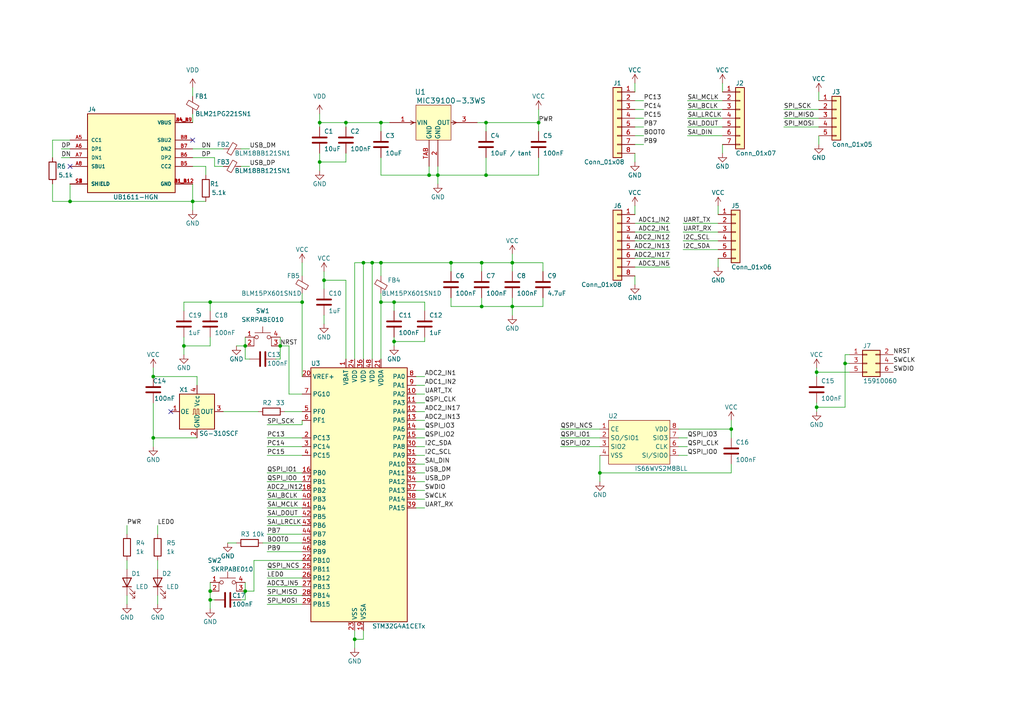
<source format=kicad_sch>
(kicad_sch (version 20231120) (generator "eeschema") (generator_version "8.0")
  (paper "A4")
  (title_block (title "C4NDY Board") (rev "1") (company "Yamamoto Works Ltd."))
  (lib_symbols
    (symbol "Connector_Generic:Conn_01x05" (pin_names (offset 1.016) hide)
      (property "Reference" "J" (at 0 7.62 0))
      (property "Value" "Conn_01x05" (at 0 -7.62 0))
      (symbol "Conn_01x05_1_1"
        (rectangle (start -1.27 -4.953) (end 0 -5.207) (stroke (width 0.1524)))
        (rectangle (start -1.27 -2.413) (end 0 -2.667) (stroke (width 0.1524)))
        (rectangle (start -1.27 0.127) (end 0 -0.127) (stroke (width 0.1524)))
        (rectangle (start -1.27 2.667) (end 0 2.413) (stroke (width 0.1524)))
        (rectangle (start -1.27 5.207) (end 0 4.953) (stroke (width 0.1524)))
        (rectangle (start -1.27 6.35) (end 1.27 -6.35) (stroke (width 0.254)) (fill (type background)))
        (pin passive line (at -5.08 5.08 0) (length 3.81) (name "Pin_1") (number "1"))
        (pin passive line (at -5.08 2.54 0) (length 3.81) (name "Pin_2") (number "2"))
        (pin passive line (at -5.08 0 0) (length 3.81) (name "Pin_3") (number "3"))
        (pin passive line (at -5.08 -2.54 0) (length 3.81) (name "Pin_4") (number "4"))
        (pin passive line (at -5.08 -5.08 0) (length 3.81) (name "Pin_5") (number "5"))
      )
    )
    (symbol "Connector_Generic:Conn_01x06" (pin_names (offset 1.016) hide)
      (property "Reference" "J" (at 0 7.62 0))
      (property "Value" "Conn_01x06" (at 0 -10.16 0))
      (symbol "Conn_01x06_1_1"
        (rectangle (start -1.27 -7.493) (end 0 -7.747) (stroke (width 0.1524)))
        (rectangle (start -1.27 -4.953) (end 0 -5.207) (stroke (width 0.1524)))
        (rectangle (start -1.27 -2.413) (end 0 -2.667) (stroke (width 0.1524)))
        (rectangle (start -1.27 0.127) (end 0 -0.127) (stroke (width 0.1524)))
        (rectangle (start -1.27 2.667) (end 0 2.413) (stroke (width 0.1524)))
        (rectangle (start -1.27 5.207) (end 0 4.953) (stroke (width 0.1524)))
        (rectangle (start -1.27 6.35) (end 1.27 -8.89) (stroke (width 0.254)) (fill (type background)))
        (pin passive line (at -5.08 5.08 0) (length 3.81) (name "Pin_1") (number "1"))
        (pin passive line (at -5.08 2.54 0) (length 3.81) (name "Pin_2") (number "2"))
        (pin passive line (at -5.08 0 0) (length 3.81) (name "Pin_3") (number "3"))
        (pin passive line (at -5.08 -2.54 0) (length 3.81) (name "Pin_4") (number "4"))
        (pin passive line (at -5.08 -5.08 0) (length 3.81) (name "Pin_5") (number "5"))
        (pin passive line (at -5.08 -7.62 0) (length 3.81) (name "Pin_6") (number "6"))
      )
    )
    (symbol "Connector_Generic:Conn_01x07" (pin_names (offset 1.016) hide)
      (property "Reference" "J" (at 0 10.16 0))
      (property "Value" "Conn_01x07" (at 0 -10.16 0))
      (symbol "Conn_01x07_1_1"
        (rectangle (start -1.27 -7.493) (end 0 -7.747) (stroke (width 0.1524)))
        (rectangle (start -1.27 -4.953) (end 0 -5.207) (stroke (width 0.1524)))
        (rectangle (start -1.27 -2.413) (end 0 -2.667) (stroke (width 0.1524)))
        (rectangle (start -1.27 0.127) (end 0 -0.127) (stroke (width 0.1524)))
        (rectangle (start -1.27 2.667) (end 0 2.413) (stroke (width 0.1524)))
        (rectangle (start -1.27 5.207) (end 0 4.953) (stroke (width 0.1524)))
        (rectangle (start -1.27 7.747) (end 0 7.493) (stroke (width 0.1524)))
        (rectangle (start -1.27 8.89) (end 1.27 -8.89) (stroke (width 0.254)) (fill (type background)))
        (pin passive line (at -5.08 7.62 0) (length 3.81) (name "Pin_1") (number "1"))
        (pin passive line (at -5.08 5.08 0) (length 3.81) (name "Pin_2") (number "2"))
        (pin passive line (at -5.08 2.54 0) (length 3.81) (name "Pin_3") (number "3"))
        (pin passive line (at -5.08 0 0) (length 3.81) (name "Pin_4") (number "4"))
        (pin passive line (at -5.08 -2.54 0) (length 3.81) (name "Pin_5") (number "5"))
        (pin passive line (at -5.08 -5.08 0) (length 3.81) (name "Pin_6") (number "6"))
        (pin passive line (at -5.08 -7.62 0) (length 3.81) (name "Pin_7") (number "7"))
      )
    )
    (symbol "Connector_Generic:Conn_01x08" (pin_names (offset 1.016) hide)
      (property "Reference" "J" (at 0 10.16 0))
      (property "Value" "Conn_01x08" (at 0 -12.7 0))
      (symbol "Conn_01x08_1_1"
        (rectangle (start -1.27 -10.033) (end 0 -10.287) (stroke (width 0.1524)))
        (rectangle (start -1.27 -7.493) (end 0 -7.747) (stroke (width 0.1524)))
        (rectangle (start -1.27 -4.953) (end 0 -5.207) (stroke (width 0.1524)))
        (rectangle (start -1.27 -2.413) (end 0 -2.667) (stroke (width 0.1524)))
        (rectangle (start -1.27 0.127) (end 0 -0.127) (stroke (width 0.1524)))
        (rectangle (start -1.27 2.667) (end 0 2.413) (stroke (width 0.1524)))
        (rectangle (start -1.27 5.207) (end 0 4.953) (stroke (width 0.1524)))
        (rectangle (start -1.27 7.747) (end 0 7.493) (stroke (width 0.1524)))
        (rectangle (start -1.27 8.89) (end 1.27 -11.43) (stroke (width 0.254)) (fill (type background)))
        (pin passive line (at -5.08 7.62 0) (length 3.81) (name "Pin_1") (number "1"))
        (pin passive line (at -5.08 5.08 0) (length 3.81) (name "Pin_2") (number "2"))
        (pin passive line (at -5.08 2.54 0) (length 3.81) (name "Pin_3") (number "3"))
        (pin passive line (at -5.08 0 0) (length 3.81) (name "Pin_4") (number "4"))
        (pin passive line (at -5.08 -2.54 0) (length 3.81) (name "Pin_5") (number "5"))
        (pin passive line (at -5.08 -5.08 0) (length 3.81) (name "Pin_6") (number "6"))
        (pin passive line (at -5.08 -7.62 0) (length 3.81) (name "Pin_7") (number "7"))
        (pin passive line (at -5.08 -10.16 0) (length 3.81) (name "Pin_8") (number "8"))
      )
    )
    (symbol "Connector_Generic:Conn_02x03_Odd_Even" (pin_names (offset 1.016) hide)
      (property "Reference" "J" (at 1.27 5.08 0))
      (property "Value" "Conn_02x03_Odd_Even" (at 1.27 -5.08 0))
      (symbol "Conn_02x03_Odd_Even_1_1"
        (rectangle (start -1.27 -2.413) (end 0 -2.667) (stroke (width 0.1524)))
        (rectangle (start -1.27 0.127) (end 0 -0.127) (stroke (width 0.1524)))
        (rectangle (start -1.27 2.667) (end 0 2.413) (stroke (width 0.1524)))
        (rectangle (start -1.27 3.81) (end 3.81 -3.81) (stroke (width 0.254)) (fill (type background)))
        (rectangle (start 3.81 -2.413) (end 2.54 -2.667) (stroke (width 0.1524)))
        (rectangle (start 3.81 0.127) (end 2.54 -0.127) (stroke (width 0.1524)))
        (rectangle (start 3.81 2.667) (end 2.54 2.413) (stroke (width 0.1524)))
        (pin passive line (at -5.08 2.54 0) (length 3.81) (name "Pin_1") (number "1"))
        (pin passive line (at 7.62 2.54 180) (length 3.81) (name "Pin_2") (number "2"))
        (pin passive line (at -5.08 0 0) (length 3.81) (name "Pin_3") (number "3"))
        (pin passive line (at 7.62 0 180) (length 3.81) (name "Pin_4") (number "4"))
        (pin passive line (at -5.08 -2.54 0) (length 3.81) (name "Pin_5") (number "5"))
        (pin passive line (at 7.62 -2.54 180) (length 3.81) (name "Pin_6") (number "6"))
      )
    )
    (symbol "Device:C" (pin_numbers hide) (pin_names (offset 0.254))
      (property "Reference" "C" (at 0.635 2.54 0))
      (property "Value" "C" (at 0.635 -2.54 0))
      (symbol "C_0_1"
        (polyline (pts (xy -2.032 -0.762) (xy 2.032 -0.762)) (stroke (width 0.508)))
        (polyline (pts (xy -2.032 0.762) (xy 2.032 0.762)) (stroke (width 0.508)))
      )
      (symbol "C_1_1"
        (pin passive line (at 0 3.81 270) (length 2.794) (name "~") (number "1"))
        (pin passive line (at 0 -3.81 90) (length 2.794) (name "~") (number "2"))
      )
    )
    (symbol "Device:FerriteBead_Small" (pin_numbers hide) (pin_names (offset 0))
      (property "Reference" "FB" (at 1.905 1.27 0))
      (property "Value" "FerriteBead_Small" (at 1.905 -1.27 0))
      (symbol "FerriteBead_Small_0_1"
        (polyline (pts (xy 0 -1.27) (xy 0 -0.7874)))
        (polyline (pts (xy 0 0.889) (xy 0 1.2954)))
        (polyline (pts (xy -1.8288 0.2794) (xy -1.1176 1.4986) (xy 1.8288 -0.2032) (xy 1.1176 -1.4224) (xy -1.8288 0.2794)))
      )
      (symbol "FerriteBead_Small_1_1"
        (pin passive line (at 0 2.54 270) (length 1.27) (name "~") (number "1"))
        (pin passive line (at 0 -2.54 90) (length 1.27) (name "~") (number "2"))
      )
    )
    (symbol "Device:LED" (pin_numbers hide) (pin_names (offset 1.016) hide)
      (property "Reference" "D" (at 0 2.54 0))
      (property "Value" "LED" (at 0 -2.54 0))
      (symbol "LED_0_1"
        (polyline (pts (xy -1.27 -1.27) (xy -1.27 1.27)) (stroke (width 0.254)))
        (polyline (pts (xy -1.27 0) (xy 1.27 0)))
        (polyline (pts (xy 1.27 -1.27) (xy 1.27 1.27) (xy -1.27 0) (xy 1.27 -1.27)) (stroke (width 0.254)))
        (polyline (pts (xy -3.048 -0.762) (xy -4.572 -2.286) (xy -3.81 -2.286) (xy -4.572 -2.286) (xy -4.572 -1.524)))
        (polyline (pts (xy -1.778 -0.762) (xy -3.302 -2.286) (xy -2.54 -2.286) (xy -3.302 -2.286) (xy -3.302 -1.524)))
      )
      (symbol "LED_1_1"
        (pin passive line (at -3.81 0 0) (length 2.54) (name "K") (number "1"))
        (pin passive line (at 3.81 0 180) (length 2.54) (name "A") (number "2"))
      )
    )
    (symbol "Device:R" (pin_numbers hide) (pin_names (offset 0))
      (property "Reference" "R" (at 2.032 0 90))
      (property "Value" "R" (at 0 0 90))
      (symbol "R_0_1"
        (rectangle (start -1.016 -2.54) (end 1.016 2.54) (stroke (width 0.254)))
      )
      (symbol "R_1_1"
        (pin passive line (at 0 3.81 270) (length 1.27) (name "~") (number "1"))
        (pin passive line (at 0 -3.81 90) (length 1.27) (name "~") (number "2"))
      )
    )
    (symbol "MCU_ST_STM32G4:STM32G4A1CETx"
      (property "Reference" "U1" (at -12.7 39.37 0))
      (property "Value" "STM32G4A1CETx" (at 5.08 -36.83 0))
      (symbol "STM32G4A1CETx_0_1"
        (rectangle (start -12.7 -35.56) (end 15.24 38.1) (stroke (width 0.254)) (fill (type background)))
      )
      (symbol "STM32G4A1CETx_1_1"
        (pin power_in line (at -2.54 40.64 270) (length 2.54) (name "VBAT") (number "1"))
        (pin bidirectional line (at 17.78 30.48 180) (length 2.54) (name "PA2") (number "10"))
        (pin bidirectional line (at 17.78 27.94 180) (length 2.54) (name "PA3") (number "11"))
        (pin bidirectional line (at 17.78 25.4 180) (length 2.54) (name "PA4") (number "12"))
        (pin bidirectional line (at 17.78 22.86 180) (length 2.54) (name "PA5") (number "13"))
        (pin bidirectional line (at 17.78 20.32 180) (length 2.54) (name "PA6") (number "14"))
        (pin bidirectional line (at 17.78 17.78 180) (length 2.54) (name "PA7") (number "15"))
        (pin bidirectional line (at -15.24 7.62 0) (length 2.54) (name "PB0") (number "16"))
        (pin bidirectional line (at -15.24 5.08 0) (length 2.54) (name "PB1") (number "17"))
        (pin bidirectional line (at -15.24 2.54 0) (length 2.54) (name "PB2") (number "18"))
        (pin passive line (at 2.54 -38.1 90) (length 2.54) (name "VSSA") (number "19"))
        (pin bidirectional line (at -15.24 17.78 0) (length 2.54) (name "PC13") (number "2"))
        (pin input line (at -15.24 35.56 0) (length 2.54) (name "VREF+") (number "20"))
        (pin power_in line (at 7.62 40.64 270) (length 2.54) (name "VDDA") (number "21"))
        (pin bidirectional line (at -15.24 -17.78 0) (length 2.54) (name "PB10") (number "22"))
        (pin passive line (at 0 -38.1 90) (length 2.54) (name "VSS") (number "23"))
        (pin power_in line (at 0 40.64 270) (length 2.54) (name "VDD") (number "24"))
        (pin bidirectional line (at -15.24 -20.32 0) (length 2.54) (name "PB11") (number "25"))
        (pin bidirectional line (at -15.24 -22.86 0) (length 2.54) (name "PB12") (number "26"))
        (pin bidirectional line (at -15.24 -25.4 0) (length 2.54) (name "PB13") (number "27"))
        (pin bidirectional line (at -15.24 -27.94 0) (length 2.54) (name "PB14") (number "28"))
        (pin bidirectional line (at -15.24 -30.48 0) (length 2.54) (name "PB15") (number "29"))
        (pin bidirectional line (at -15.24 15.24 0) (length 2.54) (name "PC14") (number "3"))
        (pin bidirectional line (at 17.78 15.24 180) (length 2.54) (name "PA8") (number "30"))
        (pin bidirectional line (at 17.78 12.7 180) (length 2.54) (name "PA9") (number "31"))
        (pin bidirectional line (at 17.78 10.16 180) (length 2.54) (name "PA10") (number "32"))
        (pin bidirectional line (at 17.78 7.62 180) (length 2.54) (name "PA11") (number "33"))
        (pin bidirectional line (at 17.78 5.08 180) (length 2.54) (name "PA12") (number "34"))
        (pin passive line (at 0 -38.1 90) (length 2.54) hide (name "VSS") (number "35"))
        (pin power_in line (at 2.54 40.64 270) (length 2.54) (name "VDD") (number "36"))
        (pin bidirectional line (at 17.78 2.54 180) (length 2.54) (name "PA13") (number "37"))
        (pin bidirectional line (at 17.78 0 180) (length 2.54) (name "PA14") (number "38"))
        (pin bidirectional line (at 17.78 -2.54 180) (length 2.54) (name "PA15") (number "39"))
        (pin bidirectional line (at -15.24 12.7 0) (length 2.54) (name "PC15") (number "4"))
        (pin bidirectional line (at -15.24 0 0) (length 2.54) (name "PB3") (number "40"))
        (pin bidirectional line (at -15.24 -2.54 0) (length 2.54) (name "PB4") (number "41"))
        (pin bidirectional line (at -15.24 -5.08 0) (length 2.54) (name "PB5") (number "42"))
        (pin bidirectional line (at -15.24 -7.62 0) (length 2.54) (name "PB6") (number "43"))
        (pin bidirectional line (at -15.24 -10.16 0) (length 2.54) (name "PB7") (number "44"))
        (pin bidirectional line (at -15.24 -12.7 0) (length 2.54) (name "PB8") (number "45"))
        (pin bidirectional line (at -15.24 -15.24 0) (length 2.54) (name "PB9") (number "46"))
        (pin passive line (at 0 -38.1 90) (length 2.54) hide (name "VSS") (number "47"))
        (pin power_in line (at 5.08 40.64 270) (length 2.54) (name "VDD") (number "48"))
        (pin bidirectional line (at -15.24 25.4 0) (length 2.54) (name "PF0") (number "5"))
        (pin bidirectional line (at -15.24 22.86 0) (length 2.54) (name "PF1") (number "6"))
        (pin bidirectional line (at -15.24 30.48 0) (length 2.54) (name "PG10") (number "7"))
        (pin bidirectional line (at 17.78 35.56 180) (length 2.54) (name "PA0") (number "8"))
        (pin bidirectional line (at 17.78 33.02 180) (length 2.54) (name "PA1") (number "9"))
      )
    )
    (symbol "My_Parts:5077CR-16SMC2-BK-TR" (pin_names (offset 1.016))
      (property "Reference" "J" (at -12.7 10.922 0))
      (property "Value" "5077CR-16SMC2-BK-TR" (at -12.7 -15.24 0))
      (symbol "5077CR-16SMC2-BK-TR_0_0"
        (rectangle (start -12.7 -12.7) (end 12.7 10.16) (stroke (width 0.254)) (fill (type background)))
        (pin power_in line (at 17.78 -10.16 180) (length 5.08) (name "GND") (number "A1_B12"))
        (pin power_in line (at 17.78 7.62 180) (length 5.08) (name "VBUS") (number "A4_B9"))
        (pin passive line (at -17.78 2.54 0) (length 5.08) (name "CC1") (number "A5"))
        (pin passive line (at -17.78 0 0) (length 5.08) (name "DP1") (number "A6"))
        (pin passive line (at -17.78 -2.54 0) (length 5.08) (name "DN1") (number "A7"))
        (pin passive line (at -17.78 -5.08 0) (length 5.08) (name "SBU1") (number "A8"))
        (pin power_in line (at 17.78 -10.16 180) (length 5.08) (name "GND") (number "B1_A12"))
        (pin power_in line (at 17.78 7.62 180) (length 5.08) (name "VBUS") (number "B4_A9"))
        (pin passive line (at 17.78 -5.08 180) (length 5.08) (name "CC2") (number "B5"))
        (pin passive line (at 17.78 -2.54 180) (length 5.08) (name "DP2") (number "B6"))
        (pin passive line (at 17.78 0 180) (length 5.08) (name "DN2") (number "B7"))
        (pin passive line (at 17.78 2.54 180) (length 5.08) (name "SBU2") (number "B8"))
        (pin passive line (at -17.78 -10.16 0) (length 5.08) (name "SHIELD") (number "S1"))
        (pin passive line (at -17.78 -10.16 0) (length 5.08) (name "SHIELD") (number "S2"))
        (pin passive line (at -17.78 -10.16 0) (length 5.08) (name "SHIELD") (number "S3"))
        (pin passive line (at -17.78 -10.16 0) (length 5.08) (name "SHIELD") (number "S4"))
      )
    )
    (symbol "My_Parts:MIC39100-3.3WS" (pin_names (offset 0.254))
      (property "Reference" "U" (at 12.7 8.89 0))
      (property "Value" "MIC39100-3.3WS" (at 13.97 6.35 0))
      (symbol "MIC39100-3.3WS_0_1"
        (polyline (pts (xy 7.0993 0) (xy 6.0579 -0.5207)) (stroke (width 0.2032)))
        (polyline (pts (xy 7.0993 0) (xy 6.0579 0.5207)) (stroke (width 0.2032)))
        (polyline (pts (xy 18.3007 -0.5207) (xy 19.3421 0)) (stroke (width 0.2032)))
        (polyline (pts (xy 18.3007 0.5207) (xy 19.3421 0)) (stroke (width 0.2032)))
        (pin output line (at 25.4 0 180) (length 7.62) (name "OUT") (number "3"))
      )
      (symbol "MIC39100-3.3WS_1_1"
        (rectangle (start 7.62 5.08) (end 17.78 -5.08) (fill (type background)))
        (pin input line (at 0 0 0) (length 7.62) (name "VIN") (number "1"))
        (pin passive line (at 13.97 -12.7 90) (length 7.62) (name "GND") (number "2"))
        (pin passive line (at 11.43 -12.7 90) (length 7.62) (name "GND") (number "TAB"))
      )
    )
    (symbol "My_Parts:SRAM_QSPI"
      (property "Reference" "U" (at -8.89 7.62 0))
      (property "Value" "SRAM" (at 6.35 -7.62 0))
      (symbol "SRAM_QSPI_1_1"
        (rectangle (start -8.89 6.35) (end 8.89 -6.35) (fill (type background)))
        (pin input line (at -11.43 3.81 0) (length 2.54) (name "CE") (number "1"))
        (pin bidirectional line (at -11.43 1.27 0) (length 2.54) (name "SO/SIO1") (number "2"))
        (pin bidirectional line (at -11.43 -1.27 0) (length 2.54) (name "SIO2") (number "3"))
        (pin passive line (at -11.43 -3.81 0) (length 2.54) (name "VSS") (number "4"))
        (pin bidirectional line (at 11.43 -3.81 180) (length 2.54) (name "SI/SIO0") (number "5"))
        (pin input line (at 11.43 -1.27 180) (length 2.54) (name "CLK") (number "6"))
        (pin bidirectional line (at 11.43 1.27 180) (length 2.54) (name "SIO3") (number "7"))
        (pin power_in line (at 11.43 3.81 180) (length 2.54) (name "VDD") (number "8"))
      )
    )
    (symbol "Oscillator:SG-8002CE" (pin_names (offset 0.254))
      (property "Reference" "X1" (at -3.81 6.35 0))
      (property "Value" "SG-310SCF" (at 6.35 -6.35 0))
      (symbol "SG-8002CE_0_1"
        (rectangle (start -5.08 5.08) (end 5.08 -5.08) (stroke (width 0.254)) (fill (type background)))
        (polyline (pts (xy -1.27 -0.762) (xy -1.016 -0.762) (xy -1.016 0.762) (xy -0.508 0.762) (xy -0.508 -0.762) (xy 0 -0.762) (xy 0 0.762) (xy 0.508 0.762) (xy 0.508 -0.762) (xy 0.762 -0.762)))
      )
      (symbol "SG-8002CE_1_1"
        (pin input line (at -7.62 0 0) (length 2.54) (name "OE") (number "1"))
        (pin passive line (at 0 -7.62 90) (length 2.54) (name "GND") (number "2"))
        (pin output line (at 7.62 0 180) (length 2.54) (name "OUT") (number "3"))
        (pin power_in line (at 0 7.62 270) (length 2.54) (name "Vcc") (number "4"))
      )
    )
    (symbol "Switch:SW_MEC_5E" (pin_names (offset 1.016) hide)
      (property "Reference" "SW" (at 0.635 5.715 0))
      (property "Value" "SW_MEC_5E" (at 0 -3.175 0))
      (symbol "SW_MEC_5E_0_1"
        (circle (center -1.778 2.54) (radius 0.508))
        (polyline (pts (xy -2.286 3.81) (xy 2.286 3.81)))
        (polyline (pts (xy 0 3.81) (xy 0 5.588)))
        (polyline (pts (xy -2.54 0) (xy -2.54 2.54) (xy -2.286 2.54)))
        (polyline (pts (xy 2.54 0) (xy 2.54 2.54) (xy 2.286 2.54)))
        (circle (center 1.778 2.54) (radius 0.508))
        (pin passive line (at -5.08 2.54 0) (length 2.54) (name "1") (number "1"))
        (pin passive line (at -5.08 0 0) (length 2.54) (name "2") (number "2"))
        (pin passive line (at 5.08 0 180) (length 2.54) (name "K") (number "3"))
        (pin passive line (at 5.08 2.54 180) (length 2.54) (name "A") (number "4"))
      )
    )
    (symbol "power:GND" (power) (pin_names (offset 0))
      (property "Value" "GND" (at 0 -3.81 0))
      (symbol "GND_0_1"
        (polyline (pts (xy 0 0) (xy 0 -1.27) (xy 1.27 -1.27) (xy 0 -2.54) (xy -1.27 -1.27) (xy 0 -1.27)))
      )
      (symbol "GND_1_1"
        (pin power_in line (at 0 0 270) (length 0) hide (name "GND") (number "1"))
      )
    )
    (symbol "power:VCC" (power) (pin_names (offset 0))
      (property "Value" "VCC" (at 0 3.81 0))
      (symbol "VCC_0_1"
        (polyline (pts (xy -0.762 1.27) (xy 0 2.54)))
        (polyline (pts (xy 0 0) (xy 0 2.54)))
        (polyline (pts (xy 0 2.54) (xy 0.762 1.27)))
      )
      (symbol "VCC_1_1"
        (pin power_in line (at 0 0 90) (length 0) hide (name "VCC") (number "1"))
      )
    )
    (symbol "power:VDD" (power) (pin_names (offset 0))
      (property "Value" "VDD" (at 0 3.81 0))
      (symbol "VDD_0_1"
        (polyline (pts (xy -0.762 1.27) (xy 0 2.54)))
        (polyline (pts (xy 0 0) (xy 0 2.54)))
        (polyline (pts (xy 0 2.54) (xy 0.762 1.27)))
      )
      (symbol "VDD_1_1"
        (pin power_in line (at 0 0 90) (length 0) hide (name "VDD") (number "1"))
      )
    )
  )
  (junction (at 130.81 76.2))
  (junction (at 105.41 76.2))
  (junction (at 20.32 58.42))
  (junction (at 93.98 81.28))
  (junction (at 102.87 185.42))
  (junction (at 110.49 87.63))
  (junction (at 124.46 50.8))
  (junction (at 100.33 35.56))
  (junction (at 114.3 87.63))
  (junction (at 110.49 76.2))
  (junction (at 60.96 173.99))
  (junction (at 60.96 171.45))
  (junction (at 92.71 35.56))
  (junction (at 44.45 109.22))
  (junction (at 245.11 105.41))
  (junction (at 107.95 76.2))
  (junction (at 140.97 50.8))
  (junction (at 110.49 35.56))
  (junction (at 212.09 124.46))
  (junction (at 87.63 87.63))
  (junction (at 173.99 137.16))
  (junction (at 148.59 88.9))
  (junction (at 127 50.8))
  (junction (at 71.12 100.33))
  (junction (at 156.21 35.56))
  (junction (at 71.12 171.45))
  (junction (at 236.855 107.95))
  (junction (at 81.28 100.33))
  (junction (at 139.7 76.2))
  (junction (at 114.3 99.06))
  (junction (at 53.34 100.33))
  (junction (at 236.855 118.11))
  (junction (at 140.97 35.56))
  (junction (at 55.88 58.42))
  (junction (at 148.59 76.2))
  (junction (at 139.7 88.9))
  (junction (at 60.96 87.63))
  (junction (at 92.71 46.99))
  (junction (at 44.45 127))
  (no_connect (at 55.88 40.64))
  (no_connect (at 49.53 119.38))
  (no_connect (at 20.32 48.26))
  (wire (pts (xy 245.11 102.87) (xy 245.11 105.41)))
  (wire (pts (xy 100.33 44.45) (xy 100.33 46.99)))
  (wire (pts (xy 87.63 87.63) (xy 87.63 109.22)))
  (wire (pts (xy 120.65 142.24) (xy 123.19 142.24)))
  (wire (pts (xy 156.21 35.56) (xy 156.21 38.1)))
  (wire (pts (xy 114.3 97.79) (xy 114.3 99.06)))
  (wire (pts (xy 53.34 90.17) (xy 53.34 87.63)))
  (wire (pts (xy 83.82 114.3) (xy 87.63 114.3)))
  (wire (pts (xy 184.15 36.83) (xy 186.69 36.83)))
  (wire (pts (xy 236.855 106.68) (xy 236.855 107.95)))
  (wire (pts (xy 120.65 129.54) (xy 123.19 129.54)))
  (wire (pts (xy 199.39 29.21) (xy 209.55 29.21)))
  (wire (pts (xy 17.78 43.18) (xy 20.32 43.18)))
  (wire (pts (xy 83.82 100.33) (xy 83.82 114.3)))
  (wire (pts (xy 15.24 58.42) (xy 20.32 58.42)))
  (wire (pts (xy 139.7 86.36) (xy 139.7 88.9)))
  (wire (pts (xy 124.46 48.26) (xy 124.46 50.8)))
  (wire (pts (xy 157.48 78.74) (xy 157.48 76.2)))
  (wire (pts (xy 162.56 127) (xy 173.99 127)))
  (wire (pts (xy 15.24 53.34) (xy 15.24 58.42)))
  (wire (pts (xy 140.97 35.56) (xy 156.21 35.56)))
  (wire (pts (xy 102.87 185.42) (xy 102.87 187.96)))
  (wire (pts (xy 199.39 36.83) (xy 209.55 36.83)))
  (wire (pts (xy 130.81 86.36) (xy 130.81 88.9)))
  (wire (pts (xy 196.85 132.08) (xy 199.39 132.08)))
  (wire (pts (xy 156.21 45.72) (xy 156.21 50.8)))
  (wire (pts (xy 82.55 119.38) (xy 87.63 119.38)))
  (wire (pts (xy 17.78 45.72) (xy 20.32 45.72)))
  (wire (pts (xy 66.04 157.48) (xy 68.58 157.48)))
  (wire (pts (xy 212.09 137.16) (xy 173.99 137.16)))
  (wire (pts (xy 114.3 99.06) (xy 114.3 100.33)))
  (wire (pts (xy 212.09 124.46) (xy 212.09 127)))
  (wire (pts (xy 102.87 182.88) (xy 102.87 185.42)))
  (wire (pts (xy 194.31 72.39) (xy 184.15 72.39)))
  (wire (pts (xy 77.47 147.32) (xy 87.63 147.32)))
  (wire (pts (xy 87.63 123.19) (xy 87.63 121.92)))
  (wire (pts (xy 53.34 97.79) (xy 53.34 100.33)))
  (wire (pts (xy 107.95 76.2) (xy 107.95 104.14)))
  (wire (pts (xy 157.48 88.9) (xy 148.59 88.9)))
  (wire (pts (xy 148.59 73.66) (xy 148.59 76.2)))
  (wire (pts (xy 110.49 35.56) (xy 110.49 38.1)))
  (wire (pts (xy 110.49 35.56) (xy 100.33 35.56)))
  (wire (pts (xy 92.71 44.45) (xy 92.71 46.99)))
  (wire (pts (xy 110.49 35.56) (xy 113.03 35.56)))
  (wire (pts (xy 157.48 76.2) (xy 148.59 76.2)))
  (wire (pts (xy 69.85 43.18) (xy 72.39 43.18)))
  (wire (pts (xy 236.855 107.95) (xy 236.855 109.22)))
  (wire (pts (xy 20.32 58.42) (xy 55.88 58.42)))
  (wire (pts (xy 110.49 45.72) (xy 110.49 50.8)))
  (wire (pts (xy 77.47 149.86) (xy 87.63 149.86)))
  (wire (pts (xy 36.83 162.56) (xy 36.83 165.1)))
  (wire (pts (xy 55.88 58.42) (xy 59.69 58.42)))
  (wire (pts (xy 237.49 39.37) (xy 237.49 41.91)))
  (wire (pts (xy 236.855 116.84) (xy 236.855 118.11)))
  (wire (pts (xy 77.47 167.64) (xy 87.63 167.64)))
  (wire (pts (xy 148.59 76.2) (xy 139.7 76.2)))
  (wire (pts (xy 71.12 168.91) (xy 71.12 171.45)))
  (wire (pts (xy 73.66 162.56) (xy 73.66 171.45)))
  (wire (pts (xy 208.28 74.93) (xy 208.28 77.47)))
  (wire (pts (xy 69.85 48.26) (xy 72.39 48.26)))
  (wire (pts (xy 77.47 127) (xy 87.63 127)))
  (wire (pts (xy 59.69 48.26) (xy 59.69 50.8)))
  (wire (pts (xy 60.96 100.33) (xy 53.34 100.33)))
  (wire (pts (xy 60.96 168.91) (xy 60.96 171.45)))
  (wire (pts (xy 245.11 105.41) (xy 245.11 118.11)))
  (wire (pts (xy 55.88 43.18) (xy 64.77 43.18)))
  (wire (pts (xy 77.47 139.7) (xy 87.63 139.7)))
  (wire (pts (xy 123.19 99.06) (xy 114.3 99.06)))
  (wire (pts (xy 123.19 90.17) (xy 123.19 87.63)))
  (wire (pts (xy 184.15 34.29) (xy 186.69 34.29)))
  (wire (pts (xy 184.15 80.01) (xy 184.15 82.55)))
  (wire (pts (xy 130.81 78.74) (xy 130.81 76.2)))
  (wire (pts (xy 73.66 162.56) (xy 87.63 162.56)))
  (wire (pts (xy 120.65 144.78) (xy 123.19 144.78)))
  (wire (pts (xy 139.7 88.9) (xy 130.81 88.9)))
  (wire (pts (xy 157.48 86.36) (xy 157.48 88.9)))
  (wire (pts (xy 120.65 116.84) (xy 123.19 116.84)))
  (wire (pts (xy 60.96 90.17) (xy 60.96 87.63)))
  (wire (pts (xy 227.33 31.75) (xy 237.49 31.75)))
  (wire (pts (xy 246.38 102.87) (xy 245.11 102.87)))
  (wire (pts (xy 196.85 124.46) (xy 212.09 124.46)))
  (wire (pts (xy 140.97 45.72) (xy 140.97 50.8)))
  (wire (pts (xy 184.15 39.37) (xy 186.69 39.37)))
  (wire (pts (xy 77.47 175.26) (xy 87.63 175.26)))
  (wire (pts (xy 162.56 124.46) (xy 173.99 124.46)))
  (wire (pts (xy 77.47 129.54) (xy 87.63 129.54)))
  (wire (pts (xy 110.49 85.09) (xy 110.49 87.63)))
  (wire (pts (xy 199.39 31.75) (xy 209.55 31.75)))
  (wire (pts (xy 184.15 41.91) (xy 186.69 41.91)))
  (wire (pts (xy 36.83 152.4) (xy 36.83 154.94)))
  (wire (pts (xy 124.46 50.8) (xy 127 50.8)))
  (wire (pts (xy 162.56 129.54) (xy 173.99 129.54)))
  (wire (pts (xy 87.63 85.09) (xy 87.63 87.63)))
  (wire (pts (xy 76.2 157.48) (xy 87.63 157.48)))
  (wire (pts (xy 100.33 36.83) (xy 100.33 35.56)))
  (wire (pts (xy 55.88 48.26) (xy 59.69 48.26)))
  (wire (pts (xy 184.15 31.75) (xy 186.69 31.75)))
  (wire (pts (xy 105.41 76.2) (xy 105.41 104.14)))
  (wire (pts (xy 198.12 72.39) (xy 208.28 72.39)))
  (wire (pts (xy 62.23 45.72) (xy 62.23 48.26)))
  (wire (pts (xy 138.43 35.56) (xy 140.97 35.56)))
  (wire (pts (xy 123.19 97.79) (xy 123.19 99.06)))
  (wire (pts (xy 110.49 76.2) (xy 130.81 76.2)))
  (wire (pts (xy 114.3 87.63) (xy 110.49 87.63)))
  (wire (pts (xy 120.65 147.32) (xy 123.19 147.32)))
  (wire (pts (xy 77.47 142.24) (xy 87.63 142.24)))
  (wire (pts (xy 120.65 121.92) (xy 123.19 121.92)))
  (wire (pts (xy 246.38 105.41) (xy 245.11 105.41)))
  (wire (pts (xy 120.65 137.16) (xy 123.19 137.16)))
  (wire (pts (xy 80.01 104.14) (xy 81.28 104.14)))
  (wire (pts (xy 45.72 172.72) (xy 45.72 175.26)))
  (wire (pts (xy 87.63 80.01) (xy 87.63 76.2)))
  (wire (pts (xy 110.49 87.63) (xy 110.49 104.14)))
  (wire (pts (xy 194.31 69.85) (xy 184.15 69.85)))
  (wire (pts (xy 114.3 90.17) (xy 114.3 87.63)))
  (wire (pts (xy 105.41 182.88) (xy 105.41 185.42)))
  (wire (pts (xy 123.19 87.63) (xy 114.3 87.63)))
  (wire (pts (xy 44.45 116.84) (xy 44.45 127)))
  (wire (pts (xy 194.31 64.77) (xy 184.15 64.77)))
  (wire (pts (xy 77.47 137.16) (xy 87.63 137.16)))
  (wire (pts (xy 100.33 81.28) (xy 100.33 104.14)))
  (wire (pts (xy 209.55 41.91) (xy 209.55 44.45)))
  (wire (pts (xy 227.33 36.83) (xy 237.49 36.83)))
  (wire (pts (xy 77.47 144.78) (xy 87.63 144.78)))
  (wire (pts (xy 77.47 172.72) (xy 87.63 172.72)))
  (wire (pts (xy 92.71 46.99) (xy 92.71 49.53)))
  (wire (pts (xy 77.47 123.19) (xy 87.63 123.19)))
  (wire (pts (xy 120.65 134.62) (xy 123.19 134.62)))
  (wire (pts (xy 81.28 104.14) (xy 81.28 100.33)))
  (wire (pts (xy 44.45 127) (xy 57.15 127)))
  (wire (pts (xy 100.33 81.28) (xy 93.98 81.28)))
  (wire (pts (xy 236.855 118.11) (xy 236.855 119.38)))
  (wire (pts (xy 53.34 87.63) (xy 60.96 87.63)))
  (wire (pts (xy 53.34 100.33) (xy 53.34 102.87)))
  (wire (pts (xy 60.96 173.99) (xy 62.23 173.99)))
  (wire (pts (xy 62.23 48.26) (xy 64.77 48.26)))
  (wire (pts (xy 36.83 172.72) (xy 36.83 175.26)))
  (wire (pts (xy 45.72 162.56) (xy 45.72 165.1)))
  (wire (pts (xy 184.15 29.21) (xy 186.69 29.21)))
  (wire (pts (xy 173.99 137.16) (xy 173.99 139.7)))
  (wire (pts (xy 60.96 87.63) (xy 87.63 87.63)))
  (wire (pts (xy 139.7 76.2) (xy 139.7 78.74)))
  (wire (pts (xy 139.7 76.2) (xy 130.81 76.2)))
  (wire (pts (xy 156.21 31.75) (xy 156.21 35.56)))
  (wire (pts (xy 140.97 35.56) (xy 140.97 38.1)))
  (wire (pts (xy 100.33 46.99) (xy 92.71 46.99)))
  (wire (pts (xy 69.85 173.99) (xy 71.12 173.99)))
  (wire (pts (xy 71.12 173.99) (xy 71.12 171.45)))
  (wire (pts (xy 194.31 74.93) (xy 184.15 74.93)))
  (wire (pts (xy 212.09 124.46) (xy 212.09 121.92)))
  (wire (pts (xy 71.12 104.14) (xy 71.12 100.33)))
  (wire (pts (xy 148.59 88.9) (xy 148.59 91.44)))
  (wire (pts (xy 45.72 152.4) (xy 45.72 154.94)))
  (wire (pts (xy 110.49 50.8) (xy 124.46 50.8)))
  (wire (pts (xy 55.88 33.02) (xy 55.88 35.56)))
  (wire (pts (xy 55.88 45.72) (xy 62.23 45.72)))
  (wire (pts (xy 81.28 100.33) (xy 83.82 100.33)))
  (wire (pts (xy 60.96 173.99) (xy 60.96 176.53)))
  (wire (pts (xy 209.55 24.13) (xy 209.55 26.67)))
  (wire (pts (xy 77.47 132.08) (xy 87.63 132.08)))
  (wire (pts (xy 93.98 81.28) (xy 93.98 83.82)))
  (wire (pts (xy 198.12 69.85) (xy 208.28 69.85)))
  (wire (pts (xy 68.58 100.33) (xy 71.12 100.33)))
  (wire (pts (xy 102.87 76.2) (xy 105.41 76.2)))
  (wire (pts (xy 44.45 109.22) (xy 57.15 109.22)))
  (wire (pts (xy 184.15 44.45) (xy 184.15 46.99)))
  (wire (pts (xy 173.99 137.16) (xy 173.99 132.08)))
  (wire (pts (xy 105.41 76.2) (xy 107.95 76.2)))
  (wire (pts (xy 184.15 24.13) (xy 184.15 26.67)))
  (wire (pts (xy 198.12 67.31) (xy 208.28 67.31)))
  (wire (pts (xy 148.59 78.74) (xy 148.59 76.2)))
  (wire (pts (xy 44.45 106.68) (xy 44.45 109.22)))
  (wire (pts (xy 184.15 59.69) (xy 184.15 62.23)))
  (wire (pts (xy 156.21 50.8) (xy 140.97 50.8)))
  (wire (pts (xy 71.12 97.79) (xy 71.12 100.33)))
  (wire (pts (xy 102.87 76.2) (xy 102.87 104.14)))
  (wire (pts (xy 93.98 78.74) (xy 93.98 81.28)))
  (wire (pts (xy 77.47 170.18) (xy 87.63 170.18)))
  (wire (pts (xy 199.39 34.29) (xy 209.55 34.29)))
  (wire (pts (xy 57.15 109.22) (xy 57.15 111.76)))
  (wire (pts (xy 120.65 111.76) (xy 123.19 111.76)))
  (wire (pts (xy 20.32 40.64) (xy 15.24 40.64)))
  (wire (pts (xy 236.855 107.95) (xy 246.38 107.95)))
  (wire (pts (xy 71.12 171.45) (xy 73.66 171.45)))
  (wire (pts (xy 100.33 35.56) (xy 92.71 35.56)))
  (wire (pts (xy 64.77 119.38) (xy 74.93 119.38)))
  (wire (pts (xy 120.65 127) (xy 123.19 127)))
  (wire (pts (xy 55.88 53.34) (xy 55.88 58.42)))
  (wire (pts (xy 77.47 154.94) (xy 87.63 154.94)))
  (wire (pts (xy 60.96 97.79) (xy 60.96 100.33)))
  (wire (pts (xy 196.85 127) (xy 199.39 127)))
  (wire (pts (xy 77.47 165.1) (xy 87.63 165.1)))
  (wire (pts (xy 208.28 59.69) (xy 208.28 62.23)))
  (wire (pts (xy 20.32 53.34) (xy 20.32 58.42)))
  (wire (pts (xy 44.45 127) (xy 44.45 129.54)))
  (wire (pts (xy 81.28 97.79) (xy 81.28 100.33)))
  (wire (pts (xy 92.71 33.02) (xy 92.71 35.56)))
  (wire (pts (xy 199.39 39.37) (xy 209.55 39.37)))
  (wire (pts (xy 110.49 80.01) (xy 110.49 76.2)))
  (wire (pts (xy 72.39 104.14) (xy 71.12 104.14)))
  (wire (pts (xy 227.33 34.29) (xy 237.49 34.29)))
  (wire (pts (xy 237.49 26.67) (xy 237.49 29.21)))
  (wire (pts (xy 194.31 77.47) (xy 184.15 77.47)))
  (wire (pts (xy 120.65 139.7) (xy 123.19 139.7)))
  (wire (pts (xy 93.98 91.44) (xy 93.98 93.98)))
  (wire (pts (xy 105.41 185.42) (xy 102.87 185.42)))
  (wire (pts (xy 120.65 119.38) (xy 123.19 119.38)))
  (wire (pts (xy 120.65 124.46) (xy 123.19 124.46)))
  (wire (pts (xy 212.09 134.62) (xy 212.09 137.16)))
  (wire (pts (xy 15.24 40.64) (xy 15.24 45.72)))
  (wire (pts (xy 60.96 171.45) (xy 60.96 173.99)))
  (wire (pts (xy 77.47 152.4) (xy 87.63 152.4)))
  (wire (pts (xy 127 50.8) (xy 127 53.34)))
  (wire (pts (xy 55.88 58.42) (xy 55.88 60.96)))
  (wire (pts (xy 55.88 25.4) (xy 55.88 27.94)))
  (wire (pts (xy 107.95 76.2) (xy 110.49 76.2)))
  (wire (pts (xy 120.65 109.22) (xy 123.19 109.22)))
  (wire (pts (xy 196.85 129.54) (xy 199.39 129.54)))
  (wire (pts (xy 92.71 35.56) (xy 92.71 36.83)))
  (wire (pts (xy 77.47 160.02) (xy 87.63 160.02)))
  (wire (pts (xy 127 48.26) (xy 127 50.8)))
  (wire (pts (xy 148.59 88.9) (xy 139.7 88.9)))
  (wire (pts (xy 120.65 132.08) (xy 123.19 132.08)))
  (wire (pts (xy 148.59 86.36) (xy 148.59 88.9)))
  (wire (pts (xy 140.97 50.8) (xy 127 50.8)))
  (wire (pts (xy 198.12 64.77) (xy 208.28 64.77)))
  (wire (pts (xy 120.65 114.3) (xy 123.19 114.3)))
  (wire (pts (xy 194.31 67.31) (xy 184.15 67.31)))
  (wire (pts (xy 245.11 118.11) (xy 236.855 118.11)))
  (label "SAI_DOUT" (at 199.39 36.83 0))
  (label "ADC2_IN1" (at 194.31 67.31 180))
  (label "SPI_MOSI" (at 227.33 36.83 0))
  (label "QSPI_IO0" (at 199.39 132.08 0))
  (label "SAI_MCLK" (at 77.47 147.32 0))
  (label "BOOT0" (at 77.47 157.48 0))
  (label "SAI_BCLK" (at 199.39 31.75 0))
  (label "SPI_SCK" (at 227.33 31.75 0))
  (label "QSPI_IO3" (at 123.19 124.46 0))
  (label "SPI_MISO" (at 77.47 172.72 0))
  (label "SPI_SCK" (at 77.47 123.19 0))
  (label "ADC2_IN1" (at 123.19 109.22 0))
  (label "ADC1_IN2" (at 194.31 64.77 180))
  (label "PC13" (at 186.69 29.21 0))
  (label "ADC2_IN12" (at 194.31 69.85 180))
  (label "PB7" (at 186.69 36.83 0))
  (label "QSPI_IO1" (at 77.47 137.16 0))
  (label "SAI_MCLK" (at 199.39 29.21 0))
  (label "NRST" (at 259.08 102.87 0))
  (label "USB_DP" (at 123.19 139.7 0))
  (label "ADC2_IN17" (at 123.19 119.38 0))
  (label "PC13" (at 77.47 127 0))
  (label "DN" (at 17.78 45.72 0))
  (label "PB9" (at 186.69 41.91 0))
  (label "LED0" (at 77.47 167.64 0))
  (label "ADC3_IN5" (at 77.47 170.18 0))
  (label "UART_TX" (at 123.19 114.3 0))
  (label "PC15" (at 186.69 34.29 0))
  (label "SAI_LRCLK" (at 77.47 152.4 0))
  (label "ADC2_IN13" (at 194.31 72.39 180))
  (label "QSPI_IO3" (at 199.39 127 0))
  (label "SWDIO" (at 259.08 107.95 0))
  (label "PWR" (at 36.83 152.4 0))
  (label "ADC1_IN2" (at 123.19 111.76 0))
  (label "QSPI_CLK" (at 123.19 116.84 0))
  (label "PB9" (at 77.47 160.02 0))
  (label "QSPI_CLK" (at 199.39 129.54 0))
  (label "SPI_MOSI" (at 77.47 175.26 0))
  (label "BOOT0" (at 186.69 39.37 0))
  (label "SPI_MISO" (at 227.33 34.29 0))
  (label "UART_TX" (at 198.12 64.77 0))
  (label "I2C_SDA" (at 123.19 129.54 0))
  (label "QSPI_NCS" (at 77.47 165.1 0))
  (label "NRST" (at 81.28 100.33 0))
  (label "PC14" (at 186.69 31.75 0))
  (label "I2C_SDA" (at 198.12 72.39 0))
  (label "SAI_DOUT" (at 77.47 149.86 0))
  (label "ADC2_IN13" (at 123.19 121.92 0))
  (label "QSPI_IO2" (at 162.56 129.54 0))
  (label "SAI_LRCLK" (at 199.39 34.29 0))
  (label "SAI_DIN" (at 123.19 134.62 0))
  (label "PB7" (at 77.47 154.94 0))
  (label "DN" (at 58.42 43.18 0))
  (label "ADC2_IN17" (at 194.31 74.93 180))
  (label "USB_DP" (at 72.39 48.26 0))
  (label "QSPI_IO1" (at 162.56 127 0))
  (label "SWCLK" (at 123.19 144.78 0))
  (label "UART_RX" (at 198.12 67.31 0))
  (label "SAI_DIN" (at 199.39 39.37 0))
  (label "UART_RX" (at 123.19 147.32 0))
  (label "SWCLK" (at 259.08 105.41 0))
  (label "QSPI_IO2" (at 123.19 127 0))
  (label "ADC2_IN12" (at 77.47 142.24 0))
  (label "ADC3_IN5" (at 194.31 77.47 180))
  (label "PC14" (at 77.47 129.54 0))
  (label "QSPI_IO0" (at 77.47 139.7 0))
  (label "PC15" (at 77.47 132.08 0))
  (label "PWR" (at 156.21 35.56 0))
  (label "USB_DM" (at 72.39 43.18 0))
  (label "SAI_BCLK" (at 77.47 144.78 0))
  (label "LED0" (at 45.72 152.4 0))
  (label "I2C_SCL" (at 198.12 69.85 0))
  (label "QSPI_NCS" (at 162.56 124.46 0))
  (label "SWDIO" (at 123.19 142.24 0))
  (label "I2C_SCL" (at 123.19 132.08 0))
  (label "DP" (at 17.78 43.18 0))
  (label "DP" (at 58.42 45.72 0))
  (label "USB_DM" (at 123.19 137.16 0))
  (symbol (lib_id "power:GND") (at 173.99 139.7 0) (unit 1)
    (property "Reference" "#PWR028" (effects (hide yes)))
    (property "Value" "GND" (at 173.99 143.51 0))
  )
  (symbol (lib_id "power:VCC") (at 93.98 78.74 0) (unit 1)
    (property "Reference" "#PWR017" (effects (hide yes)))
    (property "Value" "VCC" (at 93.98 74.93 0))
  )
  (symbol (lib_id "Device:C") (at 110.49 41.91 0) (unit 1)
    (property "Reference" "C3" (at 111.76 39.37 0) (effects (justify left)))
    (property "Value" "10uF" (at 111.76 44.45 0) (effects (justify left)))
    (property "Footprint" "Capacitor_SMD:C_0603_1608Metric" (effects (hide yes)))
  )
  (symbol (lib_id "power:VCC") (at 184.15 24.13 0) (unit 1)
    (property "Reference" "#PWR01" (effects (hide yes)))
    (property "Value" "VCC" (at 184.15 20.32 0))
  )
  (symbol (lib_id "power:GND") (at 237.49 41.91 0) (unit 1)
    (property "Reference" "#PWR07" (effects (hide yes)))
    (property "Value" "GND" (at 237.49 45.72 0))
  )
  (symbol (lib_id "Device:FerriteBead_Small") (at 87.63 82.55 180) (unit 1)
    (property "Reference" "FB5" (at 85.09 80.01 0))
    (property "Value" "BLM15PX601SN1D" (at 78.74 85.09 0))
    (property "Footprint" "Inductor_SMD:L_0402_1005Metric" (effects (hide yes)))
  )
  (symbol (lib_id "Device:R") (at 45.72 158.75 0) (unit 1)
    (property "Reference" "R5" (at 48.26 157.48 0) (effects (justify left)))
    (property "Value" "1k" (at 48.26 160.02 0) (effects (justify left)))
    (property "Footprint" "Resistor_SMD:R_0402_1005Metric" (effects (hide yes)))
  )
  (symbol (lib_id "power:GND") (at 45.72 175.26 0) (unit 1)
    (property "Reference" "#PWR031" (effects (hide yes)))
    (property "Value" "GND" (at 45.72 179.07 0))
  )
  (symbol (lib_id "Device:C") (at 139.7 82.55 0) (unit 1)
    (property "Reference" "C7" (at 140.97 80.01 0) (effects (justify left)))
    (property "Value" "100nF" (at 140.97 85.09 0) (effects (justify left)))
    (property "Footprint" "Capacitor_SMD:C_0402_1005Metric" (effects (hide yes)))
  )
  (symbol (lib_id "Device:R") (at 78.74 119.38 90) (unit 1)
    (property "Reference" "R2" (at 77.47 116.84 90))
    (property "Value" "33" (at 81.28 116.84 90))
    (property "Footprint" "Resistor_SMD:R_0402_1005Metric" (effects (hide yes)))
  )
  (symbol (lib_id "Connector_Generic:Conn_01x07") (at 214.63 34.29 0) (unit 1)
    (property "Reference" "J2" (at 213.36 24.13 0) (effects (justify left)))
    (property "Value" "Conn_01x07" (at 213.36 44.45 0) (effects (justify left)))
    (property "Footprint" "My_Parts:PinHeader_1x07_P2.54mm_Vertical" (effects (hide yes)))
  )
  (symbol (lib_id "Device:FerriteBead_Small") (at 110.49 82.55 180) (unit 1)
    (property "Reference" "FB4" (at 114.3 81.28 0))
    (property "Value" "BLM15PX601SN1D" (at 119.38 85.09 0))
    (property "Footprint" "Inductor_SMD:L_0402_1005Metric" (effects (hide yes)))
  )
  (symbol (lib_id "Device:R") (at 59.69 54.61 0) (unit 1)
    (property "Reference" "R1" (at 62.23 53.34 0))
    (property "Value" "5.1k" (at 63.5 55.88 0))
    (property "Footprint" "Resistor_SMD:R_0402_1005Metric" (effects (hide yes)))
  )
  (symbol (lib_id "Device:C") (at 123.19 93.98 0) (unit 1)
    (property "Reference" "C12" (at 124.46 91.44 0) (effects (justify left)))
    (property "Value" "1uF" (at 124.46 96.52 0) (effects (justify left)))
    (property "Footprint" "Capacitor_SMD:C_0402_1005Metric" (effects (hide yes)))
  )
  (symbol (lib_id "Switch:SW_MEC_5E") (at 66.04 171.45 0) (unit 1)
    (property "Reference" "SW2" (at 62.23 162.56 0))
    (property "Value" "SKRPABE010" (at 67.31 165.1 0))
    (property "Footprint" "My_Parts:SKRPABE010" (effects (hide yes)))
    (property "Datasheet" "http://www.apem.com/int/index.php?controller=attachment&id_attachment=1371" (effects (hide yes)))
  )
  (symbol (lib_id "Device:C") (at 114.3 93.98 0) (unit 1)
    (property "Reference" "C11" (at 115.57 91.44 0) (effects (justify left)))
    (property "Value" "100nF" (at 115.57 96.52 0) (effects (justify left)))
    (property "Footprint" "Capacitor_SMD:C_0402_1005Metric" (effects (hide yes)))
  )
  (symbol (lib_id "Switch:SW_MEC_5E") (at 76.2 100.33 0) (unit 1)
    (property "Reference" "SW1" (at 76.2 90.17 0))
    (property "Value" "SKRPABE010" (at 76.2 92.71 0))
    (property "Footprint" "My_Parts:SKRPABE010" (effects (hide yes)))
    (property "Datasheet" "http://www.apem.com/int/index.php?controller=attachment&id_attachment=1371" (effects (hide yes)))
  )
  (symbol (lib_id "Device:C") (at 212.09 130.81 0) (unit 1)
    (property "Reference" "C16" (at 213.36 128.27 0) (effects (justify left)))
    (property "Value" "100nF" (at 213.36 133.35 0) (effects (justify left)))
    (property "Footprint" "Capacitor_SMD:C_0402_1005Metric" (effects (hide yes)))
  )
  (symbol (lib_id "Connector_Generic:Conn_01x05") (at 242.57 34.29 0) (unit 1)
    (property "Reference" "J3" (at 241.3 26.67 0) (effects (justify left)))
    (property "Value" "Conn_01x05" (at 241.3 41.91 0) (effects (justify left)))
    (property "Footprint" "My_Parts:PinHeader_1x05_P2.54mm_Vertical" (effects (hide yes)))
  )
  (symbol (lib_id "Device:LED") (at 45.72 168.91 90) (unit 1)
    (property "Reference" "D2" (at 46.99 166.37 90) (effects (justify right)))
    (property "Value" "LED" (at 48.26 170.18 90) (effects (justify right)))
    (property "Footprint" "LED_SMD:LED_0603_1608Metric" (effects (hide yes)))
  )
  (symbol (lib_id "Device:LED") (at 36.83 168.91 90) (unit 1)
    (property "Reference" "D1" (at 38.1 166.37 90) (effects (justify right)))
    (property "Value" "LED" (at 39.37 170.18 90) (effects (justify right)))
    (property "Footprint" "LED_SMD:LED_0603_1608Metric" (effects (hide yes)))
  )
  (symbol (lib_id "Device:C") (at 100.33 40.64 0) (unit 1)
    (property "Reference" "C2" (at 101.6 38.1 0) (effects (justify left)))
    (property "Value" "100nF" (at 101.6 43.18 0) (effects (justify left)))
    (property "Footprint" "Capacitor_SMD:C_0603_1608Metric" (effects (hide yes)))
  )
  (symbol (lib_id "power:GND") (at 184.15 46.99 0) (unit 1)
    (property "Reference" "#PWR09" (effects (hide yes)))
    (property "Value" "GND" (at 184.15 50.8 0))
  )
  (symbol (lib_id "Device:C") (at 93.98 87.63 0) (unit 1)
    (property "Reference" "C10" (at 95.25 85.09 0) (effects (justify left)))
    (property "Value" "1uF" (at 95.25 90.17 0) (effects (justify left)))
    (property "Footprint" "Capacitor_SMD:C_0402_1005Metric" (effects (hide yes)))
  )
  (symbol (lib_id "Device:C") (at 157.48 82.55 0) (unit 1)
    (property "Reference" "C9" (at 158.75 80.01 0) (effects (justify left)))
    (property "Value" "4.7uF" (at 158.75 85.09 0) (effects (justify left)))
    (property "Footprint" "Capacitor_SMD:C_0603_1608Metric" (effects (hide yes)))
  )
  (symbol (lib_id "Device:C") (at 236.855 113.03 0) (unit 1)
    (property "Reference" "C15" (at 238.125 110.49 0) (effects (justify left)))
    (property "Value" "100nF" (at 238.125 115.57 0) (effects (justify left)))
    (property "Footprint" "Capacitor_SMD:C_0402_1005Metric" (effects (hide yes)))
  )
  (symbol (lib_id "power:VCC") (at 184.15 59.69 0) (mirror y) (unit 1)
    (property "Reference" "#PWR012" (effects (hide yes)))
    (property "Value" "VCC" (at 184.15 55.88 0))
  )
  (symbol (lib_id "power:GND") (at 68.58 100.33 0) (unit 1)
    (property "Reference" "#PWR021" (effects (hide yes)))
    (property "Value" "GND" (at 68.58 104.14 0))
  )
  (symbol (lib_id "power:GND") (at 44.45 129.54 0) (unit 1)
    (property "Reference" "#PWR026" (effects (hide yes)))
    (property "Value" "GND" (at 44.45 133.35 0))
  )
  (symbol (lib_id "My_Parts:MIC39100-3.3WS") (at 113.03 35.56 0) (unit 1)
    (property "Reference" "U1" (at 121.92 26.67 0) (effects (font (size 1.524 1.524))))
    (property "Value" "MIC39100-3.3WS" (at 130.81 29.21 0) (effects (font (size 1.524 1.524))))
    (property "Footprint" "My_Parts:SOT-223_S_MCL" (effects (hide yes)))
    (property "Datasheet" "MIC39100-3.3WS" (effects (hide yes)))
  )
  (symbol (lib_id "Device:FerriteBead_Small") (at 67.31 48.26 90) (unit 1)
    (property "Reference" "FB3" (at 64.77 46.99 90))
    (property "Value" "BLM18BB121SN1" (at 76.2 49.53 90))
    (property "Footprint" "Inductor_SMD:L_0603_1608Metric" (effects (hide yes)))
  )
  (symbol (lib_id "power:VCC") (at 212.09 121.92 0) (unit 1)
    (property "Reference" "#PWR025" (effects (hide yes)))
    (property "Value" "VCC" (at 212.09 118.11 0))
  )
  (symbol (lib_id "Device:R") (at 36.83 158.75 0) (unit 1)
    (property "Reference" "R4" (at 39.37 157.48 0) (effects (justify left)))
    (property "Value" "1k" (at 39.37 160.02 0) (effects (justify left)))
    (property "Footprint" "Resistor_SMD:R_0402_1005Metric" (effects (hide yes)))
  )
  (symbol (lib_id "power:VCC") (at 156.21 31.75 0) (unit 1)
    (property "Reference" "#PWR05" (effects (hide yes)))
    (property "Value" "VCC" (at 156.21 27.94 0))
  )
  (symbol (lib_id "Device:C") (at 53.34 93.98 0) (unit 1)
    (property "Reference" "C19" (at 54.61 91.44 0) (effects (justify left)))
    (property "Value" "1uF" (at 54.61 96.52 0) (effects (justify left)))
    (property "Footprint" "Capacitor_SMD:C_0402_1005Metric" (effects (hide yes)))
  )
  (symbol (lib_id "power:GND") (at 114.3 100.33 0) (unit 1)
    (property "Reference" "#PWR022" (effects (hide yes)))
    (property "Value" "GND" (at 114.3 104.14 0))
  )
  (symbol (lib_id "power:GND") (at 184.15 82.55 0) (mirror y) (unit 1)
    (property "Reference" "#PWR018" (effects (hide yes)))
    (property "Value" "GND" (at 184.15 86.36 0))
  )
  (symbol (lib_id "My_Parts:5077CR-16SMC2-BK-TR") (at 38.1 43.18 0) (unit 1)
    (property "Reference" "J4" (at 26.67 31.75 0))
    (property "Value" "UB1611-HGN" (at 39.37 57.15 0))
    (property "Footprint" "My_Parts:Gangyuan_UB1611-HGN" (effects (hide yes)))
    (property "PARTREV" "B" (effects (hide yes)))
    (property "SNAPEDA_PN" "UB1611-HGN" (effects (hide yes)))
    (property "STANDARD" "Manufacturer Recommendations" (effects (hide yes)))
    (property "MAXIMUM_PACKAGE_HEIGHT" "3.26mm" (effects (hide yes)))
    (property "MANUFACTURER" "Gangyuan" (effects (hide yes)))
  )
  (symbol (lib_id "power:VCC") (at 87.63 76.2 0) (unit 1)
    (property "Reference" "#PWR035" (effects (hide yes)))
    (property "Value" "VCC" (at 87.63 72.39 0))
  )
  (symbol (lib_id "power:GND") (at 209.55 44.45 0) (unit 1)
    (property "Reference" "#PWR08" (effects (hide yes)))
    (property "Value" "GND" (at 209.55 48.26 0))
  )
  (symbol (lib_id "Device:C") (at 148.59 82.55 0) (unit 1)
    (property "Reference" "C8" (at 149.86 80.01 0) (effects (justify left)))
    (property "Value" "100nF" (at 149.86 85.09 0) (effects (justify left)))
    (property "Footprint" "Capacitor_SMD:C_0402_1005Metric" (effects (hide yes)))
  )
  (symbol (lib_id "MCU_ST_STM32G4:STM32G4A1CETx") (at 102.87 144.78 0) (unit 1)
    (property "Reference" "U3" (at 90.17 105.41 0) (effects (justify left)))
    (property "Value" "STM32G4A1CETx" (at 107.95 181.61 0) (effects (justify left)))
    (property "Footprint" "Package_QFP:LQFP-48_7x7mm_P0.5mm" (effects (hide yes)))
    (property "Datasheet" "https://www.st.com/resource/en/datasheet/stm32g4a1ce.pdf" (effects (hide yes)))
  )
  (symbol (lib_id "power:VCC") (at 237.49 26.67 0) (unit 1)
    (property "Reference" "#PWR04" (effects (hide yes)))
    (property "Value" "VCC" (at 237.49 22.86 0))
  )
  (symbol (lib_id "Oscillator:SG-8002CE") (at 57.15 119.38 0) (unit 1)
    (property "Reference" "X1" (at 53.34 113.03 0))
    (property "Value" "SG-310SCF" (at 63.5 125.73 0))
    (property "Footprint" "Oscillator:Oscillator_SMD_SeikoEpson_SG8002CE-4Pin_3.2x2.5mm" (effects (hide yes)))
    (property "Datasheet" "https://support.epson.biz/td/api/doc_check.php?mode=dl&lang=en&Parts=SG-8002DC" (effects (hide yes)))
  )
  (symbol (lib_id "power:GND") (at 208.28 77.47 0) (unit 1)
    (property "Reference" "#PWR016" (effects (hide yes)))
    (property "Value" "GND" (at 208.28 81.28 0))
  )
  (symbol (lib_id "power:GND") (at 92.71 49.53 0) (unit 1)
    (property "Reference" "#PWR010" (effects (hide yes)))
    (property "Value" "GND" (at 92.71 53.34 0))
  )
  (symbol (lib_id "power:GND") (at 93.98 93.98 0) (unit 1)
    (property "Reference" "#PWR020" (effects (hide yes)))
    (property "Value" "GND" (at 93.98 97.79 0))
  )
  (symbol (lib_id "Device:R") (at 15.24 49.53 0) (unit 1)
    (property "Reference" "R6" (at 17.78 48.26 0))
    (property "Value" "5.1k" (at 19.05 50.8 0))
    (property "Footprint" "Resistor_SMD:R_0402_1005Metric" (effects (hide yes)))
  )
  (symbol (lib_id "power:GND") (at 66.04 157.48 0) (unit 1)
    (property "Reference" "#PWR029" (effects (hide yes)))
    (property "Value" "GND" (at 66.04 161.29 0))
  )
  (symbol (lib_id "Device:FerriteBead_Small") (at 55.88 30.48 180) (unit 1)
    (property "Reference" "FB1" (at 58.42 27.94 0))
    (property "Value" "BLM21PG221SN1" (at 64.77 33.02 0))
    (property "Footprint" "Inductor_SMD:L_0805_2012Metric" (effects (hide yes)))
  )
  (symbol (lib_id "Connector_Generic:Conn_01x06") (at 213.36 67.31 0) (unit 1)
    (property "Reference" "J5" (at 212.09 59.69 0) (effects (justify left)))
    (property "Value" "Conn_01x06" (at 212.09 77.47 0) (effects (justify left)))
    (property "Footprint" "My_Parts:PinHeader_1x06_P2.54mm_Vertical" (effects (hide yes)))
  )
  (symbol (lib_id "power:GND") (at 236.855 119.38 0) (unit 1)
    (property "Reference" "#PWR027" (effects (hide yes)))
    (property "Value" "GND" (at 236.855 123.19 0))
  )
  (symbol (lib_id "power:GND") (at 102.87 187.96 0) (unit 1)
    (property "Reference" "#PWR033" (effects (hide yes)))
    (property "Value" "GND" (at 102.87 191.77 0))
  )
  (symbol (lib_id "power:VDD") (at 55.88 25.4 0) (unit 1)
    (property "Reference" "#PWR03" (effects (hide yes)))
    (property "Value" "VDD" (at 55.88 20.32 0))
  )
  (symbol (lib_id "power:GND") (at 127 53.34 0) (unit 1)
    (property "Reference" "#PWR011" (effects (hide yes)))
    (property "Value" "GND" (at 127 57.15 0))
  )
  (symbol (lib_id "Device:C") (at 60.96 93.98 0) (unit 1)
    (property "Reference" "C18" (at 62.23 91.44 0) (effects (justify left)))
    (property "Value" "100nF" (at 62.23 96.52 0) (effects (justify left)))
    (property "Footprint" "Capacitor_SMD:C_0402_1005Metric" (effects (hide yes)))
  )
  (symbol (lib_id "power:VDD") (at 92.71 33.02 0) (unit 1)
    (property "Reference" "#PWR06" (effects (hide yes)))
    (property "Value" "VDD" (at 92.71 27.94 0))
  )
  (symbol (lib_id "power:VCC") (at 208.28 59.69 0) (unit 1)
    (property "Reference" "#PWR013" (effects (hide yes)))
    (property "Value" "VCC" (at 208.28 55.88 0))
  )
  (symbol (lib_id "Device:C") (at 92.71 40.64 0) (unit 1)
    (property "Reference" "C1" (at 93.98 38.1 0) (effects (justify left)))
    (property "Value" "10uF" (at 93.98 43.18 0) (effects (justify left)))
    (property "Footprint" "Capacitor_SMD:C_0603_1608Metric" (effects (hide yes)))
  )
  (symbol (lib_id "power:GND") (at 55.88 60.96 0) (unit 1)
    (property "Reference" "#PWR014" (effects (hide yes)))
    (property "Value" "GND" (at 55.88 64.77 0))
  )
  (symbol (lib_id "power:GND") (at 53.34 102.87 0) (unit 1)
    (property "Reference" "#PWR034" (effects (hide yes)))
    (property "Value" "GND" (at 53.34 106.68 0))
  )
  (symbol (lib_id "power:VCC") (at 236.855 106.68 0) (unit 1)
    (property "Reference" "#PWR036" (effects (hide yes)))
    (property "Value" "VCC" (at 236.855 102.87 0))
  )
  (symbol (lib_id "power:GND") (at 60.96 176.53 0) (unit 1)
    (property "Reference" "#PWR032" (effects (hide yes)))
    (property "Value" "GND" (at 60.96 180.34 0))
  )
  (symbol (lib_id "power:GND") (at 148.59 91.44 0) (unit 1)
    (property "Reference" "#PWR019" (effects (hide yes)))
    (property "Value" "GND" (at 148.59 95.25 0))
  )
  (symbol (lib_id "Device:C") (at 76.2 104.14 270) (unit 1)
    (property "Reference" "C13" (at 77.47 102.87 90) (effects (justify left)))
    (property "Value" "100nF" (at 77.47 105.41 90) (effects (justify left)))
    (property "Footprint" "Capacitor_SMD:C_0402_1005Metric" (effects (hide yes)))
  )
  (symbol (lib_id "Device:C") (at 66.04 173.99 270) (unit 1)
    (property "Reference" "C17" (at 67.31 172.72 90) (effects (justify left)))
    (property "Value" "100nF" (at 67.31 175.26 90) (effects (justify left)))
    (property "Footprint" "Capacitor_SMD:C_0402_1005Metric" (effects (hide yes)))
  )
  (symbol (lib_id "Device:FerriteBead_Small") (at 67.31 43.18 90) (unit 1)
    (property "Reference" "FB2" (at 64.77 41.91 90))
    (property "Value" "BLM18BB121SN1" (at 76.2 44.45 90))
    (property "Footprint" "Inductor_SMD:L_0603_1608Metric" (effects (hide yes)))
  )
  (symbol (lib_id "Connector_Generic:Conn_01x08") (at 179.07 34.29 0) (mirror y) (unit 1)
    (property "Reference" "J1" (at 179.07 24.13 0))
    (property "Value" "Conn_01x08" (at 175.26 46.99 0))
    (property "Footprint" "My_Parts:PinHeader_1x08_P2.54mm_Vertical" (effects (hide yes)))
  )
  (symbol (lib_id "Connector_Generic:Conn_02x03_Odd_Even") (at 251.46 105.41 0) (unit 1)
    (property "Reference" "J7" (at 251.46 100.33 0))
    (property "Value" "15910060" (at 255.27 110.49 0))
    (property "Footprint" "My_Parts:Molex_15910060" (effects (hide yes)))
  )
  (symbol (lib_id "My_Parts:SRAM_QSPI") (at 185.42 128.27 0) (unit 1)
    (property "Reference" "U2" (at 177.8 120.65 0))
    (property "Value" "IS66WVS2M8BLL" (at 191.77 135.89 0))
    (property "Footprint" "Package_SO:SOIC-8_3.9x4.9mm_P1.27mm" (effects (hide yes)))
  )
  (symbol (lib_id "power:VCC") (at 209.55 24.13 0) (unit 1)
    (property "Reference" "#PWR02" (effects (hide yes)))
    (property "Value" "VCC" (at 209.55 20.32 0))
  )
  (symbol (lib_id "power:VCC") (at 148.59 73.66 0) (unit 1)
    (property "Reference" "#PWR015" (effects (hide yes)))
    (property "Value" "VCC" (at 148.59 69.85 0))
  )
  (symbol (lib_id "Device:C") (at 156.21 41.91 0) (unit 1)
    (property "Reference" "C5" (at 157.48 39.37 0) (effects (justify left)))
    (property "Value" "100nF" (at 157.48 44.45 0) (effects (justify left)))
    (property "Footprint" "Capacitor_SMD:C_0603_1608Metric" (effects (hide yes)))
  )
  (symbol (lib_id "Device:C") (at 130.81 82.55 0) (unit 1)
    (property "Reference" "C6" (at 132.08 80.01 0) (effects (justify left)))
    (property "Value" "100nF" (at 132.08 85.09 0) (effects (justify left)))
    (property "Footprint" "Capacitor_SMD:C_0402_1005Metric" (effects (hide yes)))
  )
  (symbol (lib_id "power:GND") (at 36.83 175.26 0) (unit 1)
    (property "Reference" "#PWR030" (effects (hide yes)))
    (property "Value" "GND" (at 36.83 179.07 0))
  )
  (symbol (lib_id "power:VCC") (at 44.45 106.68 0) (unit 1)
    (property "Reference" "#PWR023" (effects (hide yes)))
    (property "Value" "VCC" (at 44.45 102.87 0))
  )
  (symbol (lib_id "Connector_Generic:Conn_01x08") (at 179.07 69.85 0) (mirror y) (unit 1)
    (property "Reference" "J6" (at 180.34 59.69 0) (effects (justify left)))
    (property "Value" "Conn_01x08" (at 180.34 82.55 0) (effects (justify left)))
    (property "Footprint" "My_Parts:PinHeader_1x08_P2.54mm_Vertical" (effects (hide yes)))
  )
  (symbol (lib_id "Device:C") (at 140.97 41.91 0) (unit 1)
    (property "Reference" "C4" (at 142.24 39.37 0) (effects (justify left)))
    (property "Value" "10uF / tant" (at 142.24 44.45 0) (effects (justify left)))
    (property "Footprint" "Capacitor_Tantalum_SMD:CP_EIA-3528-12_Kemet-T" (effects (hide yes)))
  )
  (symbol (lib_id "Device:R") (at 72.39 157.48 90) (unit 1)
    (property "Reference" "R3" (at 71.12 154.94 90))
    (property "Value" "10k" (at 74.93 154.94 90))
    (property "Footprint" "Resistor_SMD:R_0402_1005Metric" (effects (hide yes)))
  )
  (symbol (lib_id "Device:C") (at 44.45 113.03 180) (unit 1)
    (property "Reference" "C14" (at 48.26 110.49 0) (effects (justify left)))
    (property "Value" "100nF" (at 50.8 115.57 0) (effects (justify left)))
    (property "Footprint" "Capacitor_SMD:C_0402_1005Metric" (effects (hide yes)))
  )
)
</source>
